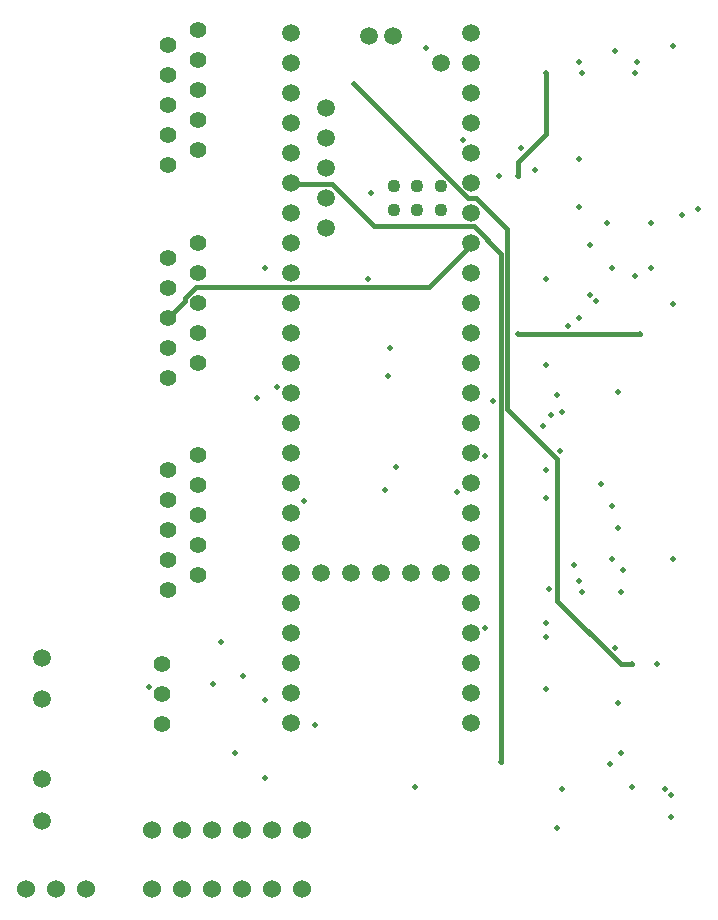
<source format=gbr>
G04 EAGLE Gerber RS-274X export*
G75*
%MOMM*%
%FSLAX34Y34*%
%LPD*%
%INCopper Layer 2*%
%IPPOS*%
%AMOC8*
5,1,8,0,0,1.08239X$1,22.5*%
G01*
%ADD10C,1.508000*%
%ADD11C,1.408000*%
%ADD12C,1.108000*%
%ADD13C,1.398000*%
%ADD14C,1.524000*%
%ADD15C,0.460000*%
%ADD16C,0.381000*%


D10*
X673400Y-349400D03*
X673400Y-384400D03*
D11*
X775000Y-380000D03*
X775000Y-405400D03*
X775000Y-354600D03*
D10*
X883800Y179800D03*
X960000Y-277400D03*
X1036200Y154400D03*
X1036200Y179800D03*
X1036200Y129000D03*
X934600Y-277400D03*
X909200Y-277400D03*
X985400Y-277400D03*
X1010800Y-277400D03*
X1036200Y-150400D03*
X883800Y-150400D03*
X883800Y154400D03*
X883800Y129000D03*
X883800Y103600D03*
X883800Y78200D03*
X883800Y52800D03*
X883800Y27400D03*
X883800Y2000D03*
X883800Y-23400D03*
X883800Y-48800D03*
X883800Y-74200D03*
X883800Y-99600D03*
X883800Y-125000D03*
X1010800Y154400D03*
X1036200Y-125000D03*
X1036200Y-99600D03*
X1036200Y-74200D03*
X1036200Y-48800D03*
X1036200Y-23400D03*
X1036200Y2000D03*
X1036200Y27400D03*
X1036200Y52800D03*
X1036200Y78200D03*
X1036200Y103600D03*
X883800Y-175800D03*
X883800Y-226600D03*
X883800Y-252000D03*
X883800Y-277400D03*
X883800Y-302800D03*
X883800Y-328200D03*
X883800Y-353600D03*
X883800Y-379000D03*
X883800Y-404400D03*
X1036200Y-201200D03*
X1036200Y-226600D03*
X1036200Y-252000D03*
X1036200Y-277400D03*
X1036200Y-302800D03*
X1036200Y-328200D03*
X1036200Y-353600D03*
X1036200Y-379000D03*
X1036200Y-404400D03*
X913800Y116300D03*
X913800Y90900D03*
X913800Y65500D03*
X913800Y40100D03*
X913800Y14700D03*
X883800Y-201200D03*
X1036200Y-175800D03*
X970000Y177500D03*
X950000Y177500D03*
D12*
X1010800Y50100D03*
X990800Y50100D03*
X970800Y50100D03*
X1010800Y30100D03*
X990800Y30100D03*
X970800Y30100D03*
D13*
X805100Y-177850D03*
X779700Y-190550D03*
X805100Y-203250D03*
X779700Y-215950D03*
X805100Y-228650D03*
X779700Y-241350D03*
X805100Y-254050D03*
X779700Y-266750D03*
X805100Y-279450D03*
X779700Y-292150D03*
X805100Y2150D03*
X779700Y-10550D03*
X805100Y-23250D03*
X779700Y-35950D03*
X805100Y-48650D03*
X779700Y-61350D03*
X805100Y-74050D03*
X779700Y-86750D03*
X805100Y-99450D03*
X779700Y-112150D03*
X805100Y182150D03*
X779700Y169450D03*
X805100Y156750D03*
X779700Y144050D03*
X805100Y131350D03*
X779700Y118650D03*
X805100Y105950D03*
X779700Y93250D03*
X805100Y80550D03*
X779700Y67850D03*
D14*
X766500Y-495000D03*
X791900Y-495000D03*
X817300Y-495000D03*
X842700Y-495000D03*
X868100Y-495000D03*
X893500Y-495000D03*
X766500Y-545000D03*
X791900Y-545000D03*
X817300Y-545000D03*
X842700Y-545000D03*
X868100Y-545000D03*
X893500Y-545000D03*
D10*
X673400Y-452000D03*
X673400Y-487000D03*
D14*
X659600Y-545000D03*
X685000Y-545000D03*
X710400Y-545000D03*
D15*
X855218Y-129223D03*
X1127760Y72835D03*
X1151255Y18796D03*
X1188847Y-18796D03*
X1090168Y63437D03*
X1174750Y-25845D03*
X1188847Y18796D03*
X965645Y-110427D03*
X1155954Y-18796D03*
X1137158Y0D03*
X1174750Y145669D03*
X1130110Y145669D03*
X1177100Y155067D03*
X1127760Y155067D03*
D16*
X1076071Y70485D02*
X1076071Y58738D01*
X1076071Y70485D02*
X1099566Y93980D01*
X1099566Y145669D01*
D15*
X1158304Y164465D03*
X1099566Y145669D03*
X1076071Y58738D03*
X1108964Y-493395D03*
X1228789Y30544D03*
X1200595Y-460502D03*
X1214692Y25845D03*
X1127760Y32893D03*
X1078421Y82233D03*
X951548Y44641D03*
X862267Y-385318D03*
X1099566Y-190310D03*
X1099566Y-213805D03*
X862267Y-451104D03*
X1097217Y-152718D03*
X1160653Y-239649D03*
X1160653Y-124524D03*
X963295Y-206756D03*
X1155954Y-220853D03*
X1113663Y-140970D03*
X1137158Y-42291D03*
X1118362Y-68136D03*
D16*
X1076071Y-75184D02*
X1179449Y-75184D01*
D15*
X1179449Y-75184D03*
X1076071Y-75184D03*
X1141857Y-46990D03*
X1127760Y-61087D03*
X1024382Y-209106D03*
X1108964Y-126873D03*
X1047877Y-324231D03*
X1111314Y-173863D03*
X1146556Y-202057D03*
X1104265Y-143320D03*
X1047877Y-178562D03*
X1059625Y58738D03*
X1160653Y-387668D03*
X1099566Y-319532D03*
X862267Y-18796D03*
X1099566Y-375920D03*
X1163003Y-429959D03*
D16*
X1163003Y-354775D02*
X1172401Y-354775D01*
X1163003Y-354775D02*
X1108964Y-300736D01*
X1108964Y-180912D01*
X1066673Y-138621D01*
X1066673Y14097D01*
X1040829Y39942D01*
X1033780Y39942D01*
X937451Y136271D01*
D15*
X1172401Y-354775D03*
X937451Y136271D03*
X1163003Y-293688D03*
X1130110Y-293688D03*
X1165352Y-274892D03*
X1127760Y-284290D03*
X1123061Y-270193D03*
X1101916Y-291338D03*
X1205294Y-465201D03*
X998538Y166815D03*
X1193546Y-354775D03*
X1029081Y89281D03*
X1172401Y-458153D03*
X1153605Y-439357D03*
X989140Y-458153D03*
X1099566Y-331280D03*
X1155954Y-265494D03*
X1099566Y-101029D03*
X1099566Y-28194D03*
X1207643Y-49340D03*
X1207643Y169164D03*
X1207643Y-265494D03*
X1205294Y-483997D03*
X1158304Y-340678D03*
X1113663Y-460502D03*
D16*
X1061974Y-437007D02*
X1061974Y-7049D01*
X1038479Y16447D01*
X953897Y16447D01*
X918655Y51689D01*
X885762Y51689D01*
X883800Y52800D01*
D15*
X1061974Y-437007D03*
X1054926Y-131572D03*
X949198Y-28194D03*
X972693Y-187960D03*
D16*
X794131Y-46990D02*
X780034Y-61087D01*
X794131Y-46990D02*
X794131Y-44641D01*
X803529Y-35243D01*
X1000887Y-35243D01*
X1036130Y0D01*
X780034Y-61087D02*
X779700Y-61350D01*
X1036130Y0D02*
X1036200Y2000D01*
D15*
X967994Y-86932D03*
X817626Y-371221D03*
X895160Y-216154D03*
X824675Y-335979D03*
X836422Y-429959D03*
X843471Y-364173D03*
X871665Y-119825D03*
X904558Y-406464D03*
X763588Y-373571D03*
M02*

</source>
